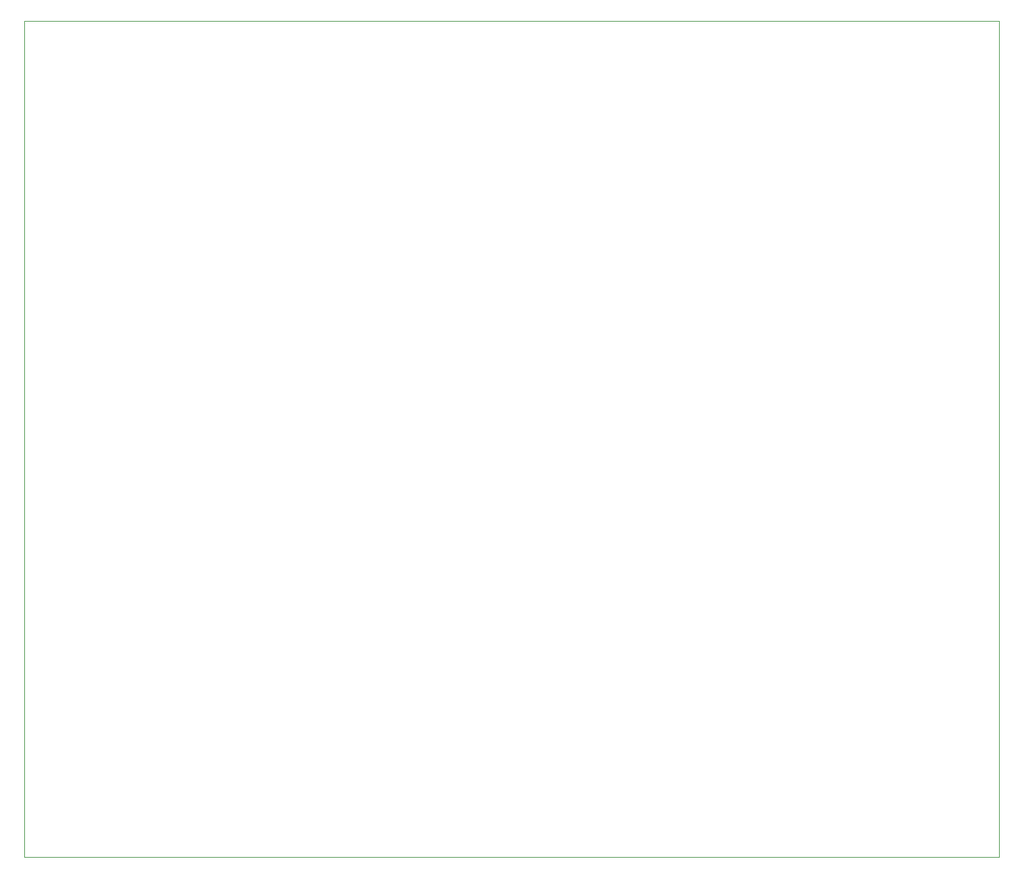
<source format=gbr>
%TF.GenerationSoftware,KiCad,Pcbnew,5.1.9+dfsg1-1*%
%TF.CreationDate,2021-08-13T01:52:04-07:00*%
%TF.ProjectId,Bus2021A_5Slot,42757332-3032-4314-915f-35536c6f742e,0*%
%TF.SameCoordinates,Original*%
%TF.FileFunction,Profile,NP*%
%FSLAX46Y46*%
G04 Gerber Fmt 4.6, Leading zero omitted, Abs format (unit mm)*
G04 Created by KiCad (PCBNEW 5.1.9+dfsg1-1) date 2021-08-13 01:52:04*
%MOMM*%
%LPD*%
G01*
G04 APERTURE LIST*
%TA.AperFunction,Profile*%
%ADD10C,0.050000*%
%TD*%
G04 APERTURE END LIST*
D10*
X19050000Y-125730000D02*
X22860000Y-125730000D01*
X19050000Y-17780000D02*
X22860000Y-17780000D01*
X19050000Y-125730000D02*
X19050000Y-17780000D01*
X22860000Y-17780000D02*
X144780000Y-17780000D01*
X144780000Y-125730000D02*
X22860000Y-125730000D01*
X144780000Y-17780000D02*
X144780000Y-125730000D01*
M02*

</source>
